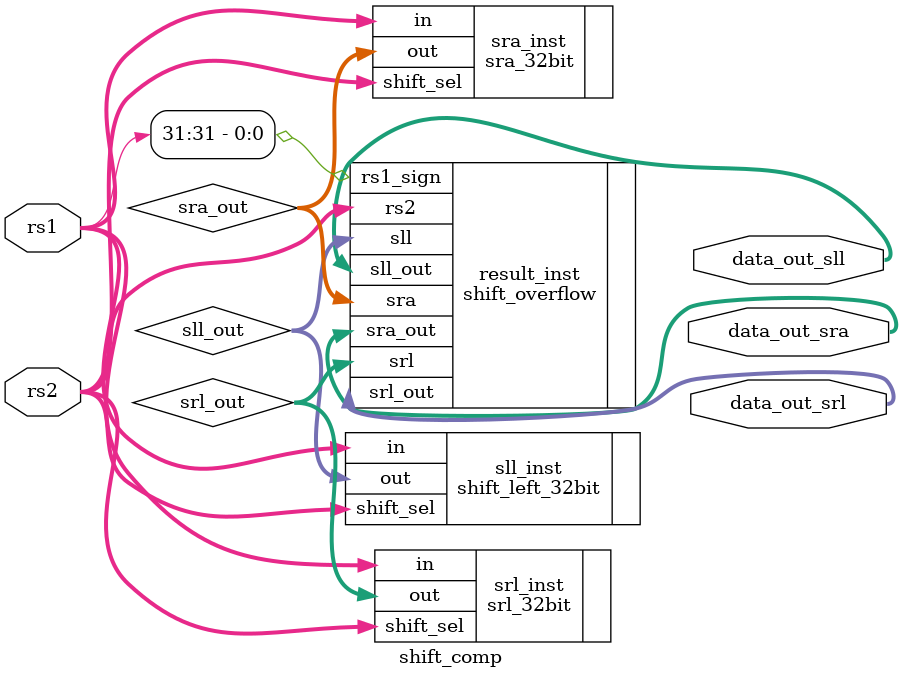
<source format=sv>
module shift_comp	(
// Input and Output 
	// Input Logic
	input logic		[31 : 0]		rs1,
	input logic 	[31 : 0]		rs2,
	
	// Output logic 
	output logic 	[31 : 0]		data_out_sll,
	output logic 	[31 : 0]		data_out_srl,
	output logic 	[31 : 0]		data_out_sra
);
// Local declaration
	logic				[31 : 0]		sll_out, sra_out, srl_out;
// Component for sll 
shift_left_32bit				sll_inst		(
	// Input Logic
									.in			(rs1),
									.shift_sel	(rs2),
	
	// Output logic 
									.out			(sll_out)
);
// Component for srl
srl_32bit						srl_inst		(
	// Input Logic
									.in			(rs1),
									.shift_sel	(rs2),
	
	// Output logic 
									.out			(srl_out)
);
// Component for sra
sra_32bit						sra_inst		(
	// Input Logic
									.in			(rs1),
									.shift_sel	(rs2),
	
	// Output logic 
									.out			(sra_out)
);

// Output the result for 3 commands
shift_overflow					result_inst	(
	// Input Logic
									.sll			(sll_out),
									.sra			(sra_out),
									.srl			(srl_out),
	
									.rs2			(rs2),
									.rs1_sign	(rs1[31]),
		
	// Output logic 
									.sll_out		(data_out_sll),
									.sra_out		(data_out_sra),
									.srl_out		(data_out_srl)
);

endmodule


</source>
